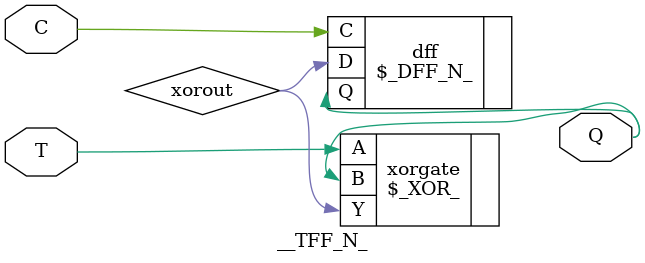
<source format=v>
module __TFF_N_ (T, C, Q);
	input T, C;
	output wire Q;
	wire xorout;
	$_XOR_ xorgate (
		.A(T),
		.B(Q),
		.Y(xorout),
	);
	$_DFF_N_ dff (
		.C(C),
		.D(xorout),
		.Q(Q),
	);
endmodule
</source>
